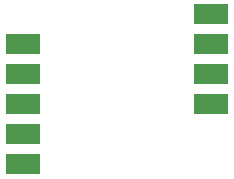
<source format=gbp>
G04 MADE WITH FRITZING*
G04 WWW.FRITZING.ORG*
G04 DOUBLE SIDED*
G04 HOLES PLATED*
G04 CONTOUR ON CENTER OF CONTOUR VECTOR*
%ASAXBY*%
%FSLAX23Y23*%
%MOIN*%
%OFA0B0*%
%SFA1.0B1.0*%
%ADD10R,0.118110X0.068898*%
%ADD11R,0.001000X0.001000*%
%LNPASTEMASK0*%
G90*
G70*
G54D10*
X700Y531D03*
X700Y431D03*
X75Y331D03*
X75Y231D03*
X700Y731D03*
X75Y631D03*
X75Y431D03*
X75Y531D03*
X700Y631D03*
G54D11*
D02*
G04 End of PasteMask0*
M02*
</source>
